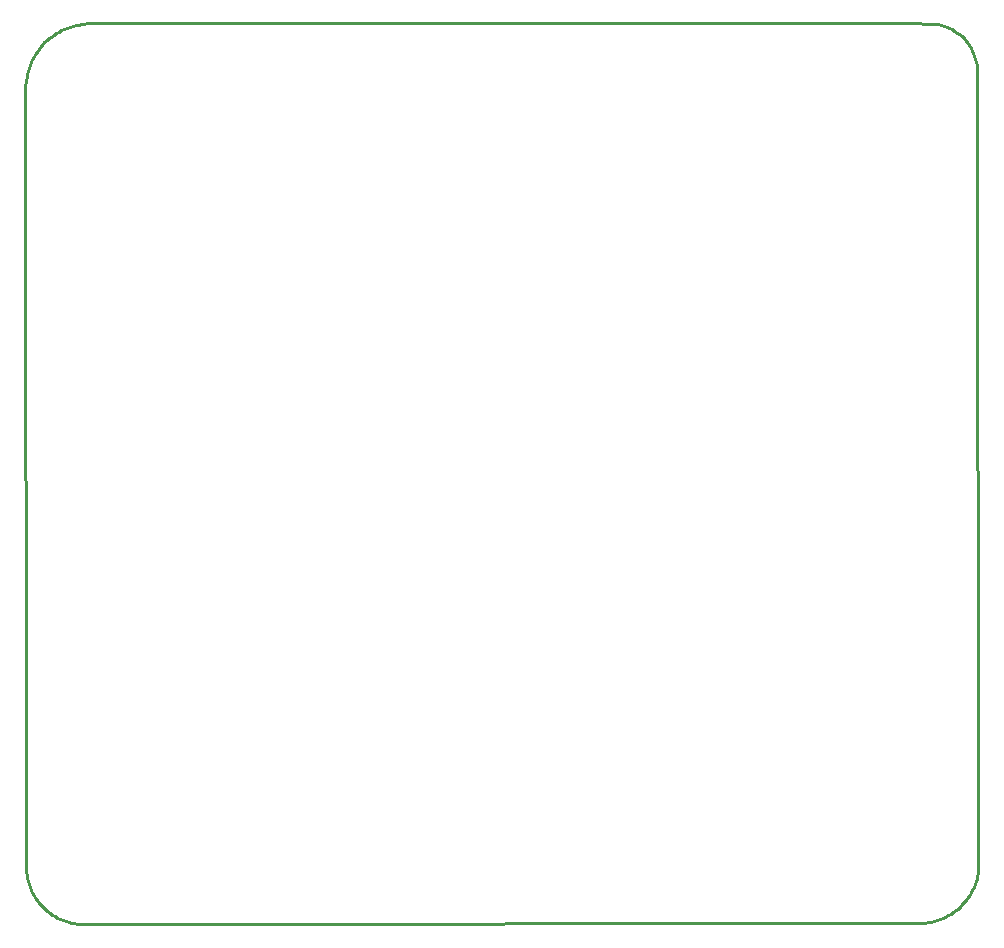
<source format=gm1>
G04*
G04 #@! TF.GenerationSoftware,Altium Limited,Altium Designer,22.9.1 (49)*
G04*
G04 Layer_Color=16711935*
%FSLAX25Y25*%
%MOIN*%
G70*
G04*
G04 #@! TF.SameCoordinates,8C7AA2B9-2782-4D16-8663-33B98A07A00E*
G04*
G04*
G04 #@! TF.FilePolarity,Positive*
G04*
G01*
G75*
%ADD15C,0.01000*%
D15*
X317007Y284215D02*
X316961Y285209D01*
X316854Y286199D01*
X316685Y287179D01*
X316455Y288148D01*
X316166Y289100D01*
X315818Y290032D01*
X315413Y290941D01*
X314952Y291823D01*
X314437Y292674D01*
X313870Y293492D01*
X313254Y294273D01*
X312590Y295014D01*
X311881Y295712D01*
X311130Y296365D01*
X310340Y296970D01*
X309514Y297525D01*
X308655Y298027D01*
X307766Y298475D01*
X306851Y298867D01*
X305914Y299201D01*
X304958Y299476D01*
X303986Y299691D01*
X303003Y299845D01*
X302012Y299938D01*
X301018Y299969D01*
X297780Y186D02*
X298779Y212D01*
X299775Y288D01*
X300766Y414D01*
X301750Y590D01*
X302723Y816D01*
X303684Y1091D01*
X304629Y1414D01*
X305557Y1784D01*
X306465Y2202D01*
X307350Y2664D01*
X308211Y3171D01*
X309045Y3721D01*
X309851Y4312D01*
X310625Y4944D01*
X311366Y5613D01*
X312073Y6320D01*
X312743Y7061D01*
X313374Y7836D01*
X313965Y8641D01*
X314515Y9475D01*
X315022Y10336D01*
X315485Y11222D01*
X315902Y12130D01*
X316272Y13057D01*
X316596Y14003D01*
X316870Y14963D01*
X317096Y15937D01*
X317272Y16920D01*
X317399Y17911D01*
X317475Y18907D01*
X317500Y19906D01*
X0Y19000D02*
X26Y17997D01*
X105Y16997D01*
X236Y16003D01*
X419Y15016D01*
X653Y14041D01*
X938Y13079D01*
X1273Y12133D01*
X1657Y11206D01*
X2089Y10301D01*
X2567Y9419D01*
X3091Y8564D01*
X3660Y7737D01*
X4270Y6941D01*
X4922Y6179D01*
X5612Y5451D01*
X6340Y4760D01*
X7103Y4109D01*
X7899Y3498D01*
X8725Y2930D01*
X9581Y2406D01*
X10462Y1927D01*
X11368Y1495D01*
X12295Y1111D01*
X13240Y777D01*
X14202Y492D01*
X15177Y257D01*
X16164Y75D01*
X17158Y-56D01*
X18158Y-135D01*
X19161Y-161D01*
X21510Y300000D02*
X20509Y299977D01*
X19509Y299907D01*
X18513Y299792D01*
X17524Y299631D01*
X16544Y299424D01*
X15574Y299172D01*
X14617Y298875D01*
X13674Y298535D01*
X12748Y298152D01*
X11841Y297726D01*
X10954Y297258D01*
X10091Y296751D01*
X9251Y296204D01*
X8438Y295618D01*
X7652Y294996D01*
X6896Y294338D01*
X6171Y293646D01*
X5479Y292921D01*
X4821Y292165D01*
X4199Y291380D01*
X3614Y290566D01*
X3067Y289727D01*
X2559Y288863D01*
X2092Y287976D01*
X1666Y287069D01*
X1282Y286143D01*
X942Y285201D01*
X646Y284243D01*
X394Y283274D01*
X187Y282293D01*
X25Y281304D01*
X-90Y280309D01*
X-160Y279309D01*
X-183Y278307D01*
X21510Y300000D02*
X296000D01*
X301018Y299969D01*
X317007Y284215D02*
X317500Y19906D01*
X19161Y-161D02*
X297780Y186D01*
X-183Y278307D02*
X0Y19000D01*
M02*

</source>
